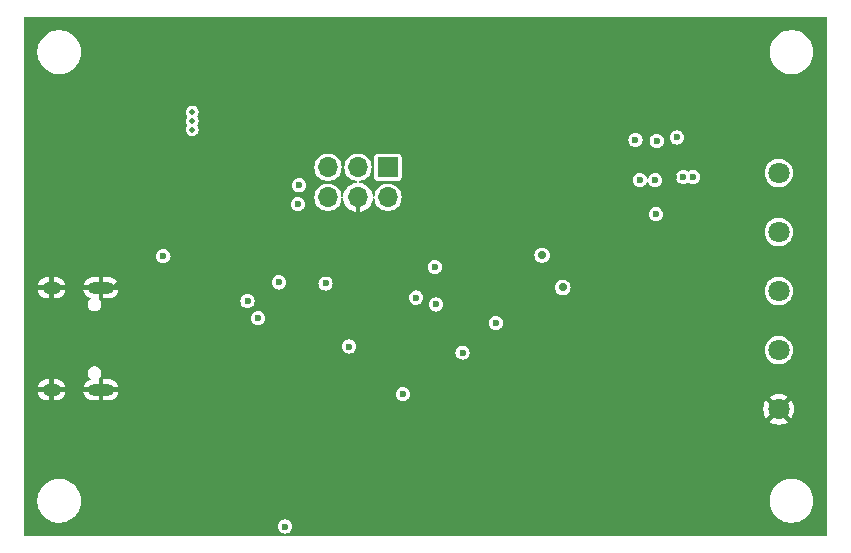
<source format=gbr>
%TF.GenerationSoftware,KiCad,Pcbnew,8.0.5*%
%TF.CreationDate,2024-10-07T09:03:38+02:00*%
%TF.ProjectId,ADC_Klipper_Board,4144435f-4b6c-4697-9070-65725f426f61,rev?*%
%TF.SameCoordinates,Original*%
%TF.FileFunction,Copper,L3,Inr*%
%TF.FilePolarity,Positive*%
%FSLAX46Y46*%
G04 Gerber Fmt 4.6, Leading zero omitted, Abs format (unit mm)*
G04 Created by KiCad (PCBNEW 8.0.5) date 2024-10-07 09:03:38*
%MOMM*%
%LPD*%
G01*
G04 APERTURE LIST*
G04 Aperture macros list*
%AMRoundRect*
0 Rectangle with rounded corners*
0 $1 Rounding radius*
0 $2 $3 $4 $5 $6 $7 $8 $9 X,Y pos of 4 corners*
0 Add a 4 corners polygon primitive as box body*
4,1,4,$2,$3,$4,$5,$6,$7,$8,$9,$2,$3,0*
0 Add four circle primitives for the rounded corners*
1,1,$1+$1,$2,$3*
1,1,$1+$1,$4,$5*
1,1,$1+$1,$6,$7*
1,1,$1+$1,$8,$9*
0 Add four rect primitives between the rounded corners*
20,1,$1+$1,$2,$3,$4,$5,0*
20,1,$1+$1,$4,$5,$6,$7,0*
20,1,$1+$1,$6,$7,$8,$9,0*
20,1,$1+$1,$8,$9,$2,$3,0*%
G04 Aperture macros list end*
%TA.AperFunction,ComponentPad*%
%ADD10C,0.482600*%
%TD*%
%TA.AperFunction,ComponentPad*%
%ADD11C,1.803400*%
%TD*%
%TA.AperFunction,ComponentPad*%
%ADD12RoundRect,0.500000X-0.600000X0.000010X-0.600000X-0.000010X0.600000X-0.000010X0.600000X0.000010X0*%
%TD*%
%TA.AperFunction,ComponentPad*%
%ADD13RoundRect,0.500000X-0.300000X0.000010X-0.300000X-0.000010X0.300000X-0.000010X0.300000X0.000010X0*%
%TD*%
%TA.AperFunction,ComponentPad*%
%ADD14R,1.700000X1.700000*%
%TD*%
%TA.AperFunction,ComponentPad*%
%ADD15O,1.700000X1.700000*%
%TD*%
%TA.AperFunction,ViaPad*%
%ADD16C,0.600000*%
%TD*%
%TA.AperFunction,ViaPad*%
%ADD17C,0.700000*%
%TD*%
G04 APERTURE END LIST*
D10*
%TO.N,N/C*%
%TO.C,U1*%
X108300000Y-61799998D03*
X108300000Y-62549999D03*
X108300000Y-63300000D03*
%TD*%
D11*
%TO.N,AC_EXC0*%
%TO.C,J3*%
X157975000Y-66962500D03*
%TO.N,AC_EXC1*%
X157975000Y-71962500D03*
%TO.N,Net-(J3-Pad3)*%
X157975000Y-76962500D03*
%TO.N,Net-(J3-Pad4)*%
X157975000Y-81962501D03*
%TO.N,GND*%
X157975000Y-86962501D03*
%TD*%
D12*
%TO.N,GND*%
%TO.C,J1*%
X100580000Y-76680000D03*
D13*
X96400000Y-76680000D03*
D12*
X100580000Y-85320000D03*
D13*
X96400000Y-85320000D03*
%TD*%
D14*
%TO.N,BOOT1*%
%TO.C,J2*%
X124880000Y-66488001D03*
D15*
%TO.N,+3V3*%
X124880000Y-69028001D03*
%TO.N,STM_RST*%
X122340000Y-66488001D03*
%TO.N,GND*%
X122340000Y-69028001D03*
%TO.N,SWDIO*%
X119800000Y-66488001D03*
%TO.N,SWCLK*%
X119800000Y-69028001D03*
%TD*%
D16*
%TO.N,+3V3*%
X128840000Y-74920000D03*
X105865000Y-74017500D03*
X112990000Y-77810000D03*
%TO.N,STM_RST*%
X126130000Y-85690000D03*
X121590000Y-81660000D03*
%TO.N,STM_BOOT0*%
X113900000Y-79250000D03*
X116180000Y-96900000D03*
%TO.N,SWDIO*%
X117360000Y-68010000D03*
X119600000Y-76320000D03*
%TO.N,SWCLK*%
X117250000Y-69600000D03*
X115650000Y-76230000D03*
%TO.N,AC_EXC0*%
X149330000Y-63960000D03*
X147500000Y-67580000D03*
%TO.N,Net-(U4-SCLK)*%
X134020000Y-79670000D03*
X131200000Y-82170000D03*
D17*
%TO.N,AIN0*%
X137930000Y-73930000D03*
X139690000Y-76650000D03*
%TO.N,GND*%
X119080000Y-80710000D03*
X144550000Y-68757499D03*
X118738000Y-87675001D03*
X121310000Y-78990000D03*
X138430000Y-64770000D03*
X132955000Y-69600000D03*
X142240000Y-55880000D03*
X154940000Y-81280000D03*
X123060000Y-77320000D03*
X139595000Y-68150000D03*
X147320000Y-86360000D03*
X109050000Y-78245000D03*
X112295000Y-65950000D03*
X119080000Y-77320000D03*
X122630000Y-86515000D03*
X109220000Y-96520000D03*
X119150000Y-61510000D03*
X128690000Y-86790000D03*
X103205000Y-92500000D03*
X106680000Y-55880000D03*
X113255000Y-68000000D03*
X152400000Y-86360000D03*
X102500000Y-89005000D03*
X130195000Y-69000000D03*
X96520000Y-73660000D03*
X101600000Y-73660000D03*
X115960000Y-63420000D03*
X143145000Y-73850000D03*
X109495000Y-92000000D03*
X132080000Y-55880000D03*
X108500000Y-88005000D03*
X102000000Y-76570000D03*
X106650000Y-60950000D03*
X114200000Y-60400000D03*
X104140000Y-96520000D03*
X96520000Y-71120000D03*
X110000000Y-62160000D03*
X146390000Y-63050000D03*
X143073402Y-77841599D03*
X161290000Y-67310000D03*
X134620000Y-86360000D03*
X147320000Y-91440000D03*
X110490000Y-81280000D03*
X149045000Y-67290000D03*
X134620000Y-91440000D03*
X157480000Y-91440000D03*
X111245000Y-54600000D03*
X119180000Y-60565001D03*
X147320000Y-60960000D03*
X96520000Y-66040000D03*
X106350000Y-82360000D03*
X107950000Y-83820000D03*
X130810000Y-93980000D03*
X141227901Y-77828600D03*
X149025000Y-70340000D03*
X149860000Y-83820000D03*
X121000000Y-59600000D03*
X135800000Y-83895000D03*
X123410000Y-80710000D03*
X122370000Y-71130000D03*
X102130000Y-63520000D03*
X150605000Y-68820000D03*
X114300000Y-73660000D03*
X130150000Y-73200000D03*
X137160000Y-96520000D03*
X96520000Y-60960000D03*
X121310000Y-80710000D03*
X139595000Y-69650000D03*
X106650000Y-61800000D03*
X106680000Y-58420000D03*
X120125000Y-60565001D03*
X137160000Y-91440000D03*
X161290000Y-87630000D03*
X137160000Y-86360000D03*
X142240000Y-60960000D03*
X106195000Y-77450000D03*
X119080000Y-78990000D03*
X142240000Y-91440000D03*
X101600000Y-96520000D03*
X106680000Y-96520000D03*
X130600000Y-90218999D03*
X114400000Y-87095000D03*
X144540000Y-65870000D03*
X96520000Y-88900000D03*
X137160000Y-55880000D03*
X154940000Y-96520000D03*
X110000000Y-88005000D03*
X114005000Y-81000000D03*
X131600000Y-80960000D03*
X120650000Y-96520000D03*
X154926975Y-64780666D03*
X152400000Y-91440000D03*
X123200000Y-89200000D03*
X127000000Y-91440000D03*
X161290000Y-77470000D03*
X109300000Y-87695000D03*
X157480000Y-60960000D03*
X135370000Y-76420000D03*
X135890000Y-64770000D03*
X119950001Y-54750001D03*
X136830000Y-74160000D03*
X128600000Y-57062001D03*
X122500000Y-54750000D03*
X128695000Y-76470000D03*
X141270000Y-73838600D03*
X120650000Y-93980000D03*
X152400000Y-96520000D03*
X121000000Y-60565001D03*
X102780000Y-84200000D03*
X137160000Y-60960000D03*
X101000000Y-89005000D03*
X101600000Y-58420000D03*
X119915000Y-72870000D03*
X114105000Y-77600000D03*
X154940000Y-85090000D03*
X107455000Y-65400000D03*
X161290000Y-82550000D03*
X125570000Y-56005000D03*
X104170000Y-70740000D03*
X144780000Y-83820000D03*
X119180000Y-59600000D03*
X154940000Y-69850000D03*
X154940000Y-88900000D03*
X121310000Y-77320000D03*
X147320000Y-55880000D03*
X104795000Y-60950000D03*
X132955000Y-68150000D03*
X142240000Y-86360000D03*
X120970000Y-61510000D03*
X142240000Y-64770000D03*
X136690000Y-76530000D03*
X105410000Y-87630000D03*
X101600000Y-55880000D03*
X132080000Y-60960000D03*
X142240000Y-96520000D03*
X149860000Y-63030000D03*
X161290000Y-72390000D03*
X131200000Y-64970000D03*
X116840000Y-93980000D03*
X152400000Y-60960000D03*
X113305000Y-69600000D03*
X123410000Y-78990000D03*
X116420000Y-75390000D03*
X134100000Y-83895000D03*
X147320000Y-96520000D03*
X134620000Y-96520000D03*
X139700000Y-83820000D03*
D16*
%TO.N,+5V_LN*%
X146200000Y-67560000D03*
X145840000Y-64160000D03*
%TO.N,EXC0*%
X150705000Y-67310000D03*
X147635000Y-64260000D03*
X128960000Y-78095000D03*
%TO.N,EXC1*%
X147575000Y-70450000D03*
X149895000Y-67310000D03*
X127270000Y-77520000D03*
%TD*%
%TA.AperFunction,Conductor*%
%TO.N,GND*%
G36*
X162027826Y-53747174D02*
G01*
X162049500Y-53799500D01*
X162049500Y-97650500D01*
X162027826Y-97702826D01*
X161975500Y-97724500D01*
X94124500Y-97724500D01*
X94072174Y-97702826D01*
X94050500Y-97650500D01*
X94050500Y-96900000D01*
X115574318Y-96900000D01*
X115594955Y-97056760D01*
X115594955Y-97056761D01*
X115655464Y-97202841D01*
X115751715Y-97328279D01*
X115751720Y-97328284D01*
X115835345Y-97392451D01*
X115877159Y-97424536D01*
X116023238Y-97485044D01*
X116180000Y-97505682D01*
X116336762Y-97485044D01*
X116482841Y-97424536D01*
X116608282Y-97328282D01*
X116704536Y-97202841D01*
X116765044Y-97056762D01*
X116785682Y-96900000D01*
X116765044Y-96743238D01*
X116704536Y-96597159D01*
X116663622Y-96543839D01*
X116608284Y-96471720D01*
X116608279Y-96471715D01*
X116482841Y-96375464D01*
X116336761Y-96314955D01*
X116180000Y-96294318D01*
X116023239Y-96314955D01*
X116023238Y-96314955D01*
X115877158Y-96375464D01*
X115751720Y-96471715D01*
X115751715Y-96471720D01*
X115655464Y-96597158D01*
X115594955Y-96743238D01*
X115594955Y-96743239D01*
X115574318Y-96900000D01*
X94050500Y-96900000D01*
X94050500Y-94603713D01*
X95199500Y-94603713D01*
X95199500Y-94846286D01*
X95231160Y-95086782D01*
X95231162Y-95086791D01*
X95293945Y-95321099D01*
X95386772Y-95545203D01*
X95386775Y-95545211D01*
X95508061Y-95755285D01*
X95508065Y-95755291D01*
X95655735Y-95947738D01*
X95827262Y-96119265D01*
X96019711Y-96266936D01*
X96229788Y-96388224D01*
X96453900Y-96481054D01*
X96688211Y-96543838D01*
X96688214Y-96543838D01*
X96688217Y-96543839D01*
X96794951Y-96557890D01*
X96928712Y-96575500D01*
X96928714Y-96575500D01*
X97171286Y-96575500D01*
X97171288Y-96575500D01*
X97356575Y-96551106D01*
X97411782Y-96543839D01*
X97411782Y-96543838D01*
X97411789Y-96543838D01*
X97646100Y-96481054D01*
X97870212Y-96388224D01*
X98080289Y-96266936D01*
X98272738Y-96119265D01*
X98444265Y-95947738D01*
X98591936Y-95755289D01*
X98713224Y-95545212D01*
X98806054Y-95321100D01*
X98868838Y-95086789D01*
X98900500Y-94846288D01*
X98900500Y-94603713D01*
X157199500Y-94603713D01*
X157199500Y-94846286D01*
X157231160Y-95086782D01*
X157231162Y-95086791D01*
X157293945Y-95321099D01*
X157386772Y-95545203D01*
X157386775Y-95545211D01*
X157508061Y-95755285D01*
X157508065Y-95755291D01*
X157655735Y-95947738D01*
X157827262Y-96119265D01*
X158019711Y-96266936D01*
X158229788Y-96388224D01*
X158453900Y-96481054D01*
X158688211Y-96543838D01*
X158688214Y-96543838D01*
X158688217Y-96543839D01*
X158794951Y-96557890D01*
X158928712Y-96575500D01*
X158928714Y-96575500D01*
X159171286Y-96575500D01*
X159171288Y-96575500D01*
X159356575Y-96551106D01*
X159411782Y-96543839D01*
X159411782Y-96543838D01*
X159411789Y-96543838D01*
X159646100Y-96481054D01*
X159870212Y-96388224D01*
X160080289Y-96266936D01*
X160272738Y-96119265D01*
X160444265Y-95947738D01*
X160591936Y-95755289D01*
X160713224Y-95545212D01*
X160806054Y-95321100D01*
X160868838Y-95086789D01*
X160900500Y-94846288D01*
X160900500Y-94603712D01*
X160868838Y-94363211D01*
X160806054Y-94128900D01*
X160713224Y-93904788D01*
X160591936Y-93694711D01*
X160444265Y-93502262D01*
X160272738Y-93330735D01*
X160080291Y-93183065D01*
X160080285Y-93183061D01*
X159870211Y-93061775D01*
X159870203Y-93061772D01*
X159646099Y-92968945D01*
X159411791Y-92906162D01*
X159411782Y-92906160D01*
X159218480Y-92880712D01*
X159171288Y-92874500D01*
X158928712Y-92874500D01*
X158885736Y-92880157D01*
X158688217Y-92906160D01*
X158688208Y-92906162D01*
X158453900Y-92968945D01*
X158229796Y-93061772D01*
X158229788Y-93061775D01*
X158019714Y-93183061D01*
X158019708Y-93183065D01*
X157827261Y-93330735D01*
X157655735Y-93502261D01*
X157508065Y-93694708D01*
X157508061Y-93694714D01*
X157386775Y-93904788D01*
X157386772Y-93904796D01*
X157293945Y-94128900D01*
X157231162Y-94363208D01*
X157231160Y-94363217D01*
X157199500Y-94603713D01*
X98900500Y-94603713D01*
X98900500Y-94603712D01*
X98868838Y-94363211D01*
X98806054Y-94128900D01*
X98713224Y-93904788D01*
X98591936Y-93694711D01*
X98444265Y-93502262D01*
X98272738Y-93330735D01*
X98080291Y-93183065D01*
X98080285Y-93183061D01*
X97870211Y-93061775D01*
X97870203Y-93061772D01*
X97646099Y-92968945D01*
X97411791Y-92906162D01*
X97411782Y-92906160D01*
X97218480Y-92880712D01*
X97171288Y-92874500D01*
X96928712Y-92874500D01*
X96885736Y-92880157D01*
X96688217Y-92906160D01*
X96688208Y-92906162D01*
X96453900Y-92968945D01*
X96229796Y-93061772D01*
X96229788Y-93061775D01*
X96019714Y-93183061D01*
X96019708Y-93183065D01*
X95827261Y-93330735D01*
X95655735Y-93502261D01*
X95508065Y-93694708D01*
X95508061Y-93694714D01*
X95386775Y-93904788D01*
X95386772Y-93904796D01*
X95293945Y-94128900D01*
X95231162Y-94363208D01*
X95231160Y-94363217D01*
X95199500Y-94603713D01*
X94050500Y-94603713D01*
X94050500Y-86962495D01*
X156668328Y-86962495D01*
X156668328Y-86962506D01*
X156688178Y-87189398D01*
X156688179Y-87189405D01*
X156747127Y-87409401D01*
X156747132Y-87409412D01*
X156843392Y-87615843D01*
X156843394Y-87615846D01*
X156923873Y-87730783D01*
X157396428Y-87258227D01*
X157401016Y-87269302D01*
X157471899Y-87375386D01*
X157562115Y-87465602D01*
X157668199Y-87536485D01*
X157679272Y-87541071D01*
X157206717Y-88013626D01*
X157321658Y-88094108D01*
X157528088Y-88190368D01*
X157528099Y-88190373D01*
X157748095Y-88249321D01*
X157748102Y-88249322D01*
X157974995Y-88269173D01*
X157975005Y-88269173D01*
X158201897Y-88249322D01*
X158201904Y-88249321D01*
X158421900Y-88190373D01*
X158421911Y-88190368D01*
X158628339Y-88094109D01*
X158743282Y-88013626D01*
X158270727Y-87541071D01*
X158281801Y-87536485D01*
X158387885Y-87465602D01*
X158478101Y-87375386D01*
X158548984Y-87269302D01*
X158553570Y-87258228D01*
X159026125Y-87730783D01*
X159106608Y-87615840D01*
X159202867Y-87409412D01*
X159202872Y-87409401D01*
X159261820Y-87189405D01*
X159261821Y-87189398D01*
X159281672Y-86962506D01*
X159281672Y-86962495D01*
X159261821Y-86735603D01*
X159261820Y-86735596D01*
X159202872Y-86515600D01*
X159202867Y-86515589D01*
X159106607Y-86309159D01*
X159026125Y-86194218D01*
X158553570Y-86666772D01*
X158548984Y-86655700D01*
X158478101Y-86549616D01*
X158387885Y-86459400D01*
X158281801Y-86388517D01*
X158270726Y-86383929D01*
X158743282Y-85911374D01*
X158628345Y-85830895D01*
X158628342Y-85830893D01*
X158421911Y-85734633D01*
X158421900Y-85734628D01*
X158201904Y-85675680D01*
X158201897Y-85675679D01*
X157975005Y-85655829D01*
X157974995Y-85655829D01*
X157748102Y-85675679D01*
X157748095Y-85675680D01*
X157528099Y-85734628D01*
X157528088Y-85734633D01*
X157321659Y-85830892D01*
X157206716Y-85911374D01*
X157679272Y-86383930D01*
X157668199Y-86388517D01*
X157562115Y-86459400D01*
X157471899Y-86549616D01*
X157401016Y-86655700D01*
X157396429Y-86666773D01*
X156923873Y-86194217D01*
X156843391Y-86309160D01*
X156747132Y-86515589D01*
X156747127Y-86515600D01*
X156688179Y-86735596D01*
X156688178Y-86735603D01*
X156668328Y-86962495D01*
X94050500Y-86962495D01*
X94050500Y-85120000D01*
X95221843Y-85120000D01*
X95875735Y-85120000D01*
X95859940Y-85135795D01*
X95820444Y-85204204D01*
X95800000Y-85280504D01*
X95800000Y-85359496D01*
X95820444Y-85435796D01*
X95859940Y-85504205D01*
X95875735Y-85520000D01*
X95221843Y-85520000D01*
X95255149Y-85644305D01*
X95255150Y-85644307D01*
X95341038Y-85812872D01*
X95460099Y-85959900D01*
X95607127Y-86078961D01*
X95775692Y-86164849D01*
X95958435Y-86213815D01*
X96037019Y-86220000D01*
X96200000Y-86220000D01*
X96200000Y-85620000D01*
X96600000Y-85620000D01*
X96600000Y-86220000D01*
X96762981Y-86220000D01*
X96841564Y-86213815D01*
X97024307Y-86164849D01*
X97192872Y-86078961D01*
X97339900Y-85959900D01*
X97458961Y-85812872D01*
X97544849Y-85644307D01*
X97544850Y-85644305D01*
X97578157Y-85520000D01*
X96924265Y-85520000D01*
X96940060Y-85504205D01*
X96979556Y-85435796D01*
X97000000Y-85359496D01*
X97000000Y-85280504D01*
X96979556Y-85204204D01*
X96940060Y-85135795D01*
X96924265Y-85120000D01*
X97578157Y-85120000D01*
X99101843Y-85120000D01*
X99805735Y-85120000D01*
X99789940Y-85135795D01*
X99750444Y-85204204D01*
X99730000Y-85280504D01*
X99730000Y-85359496D01*
X99750444Y-85435796D01*
X99789940Y-85504205D01*
X99805735Y-85520000D01*
X99101843Y-85520000D01*
X99135149Y-85644305D01*
X99135150Y-85644307D01*
X99221038Y-85812872D01*
X99340099Y-85959900D01*
X99487127Y-86078961D01*
X99655692Y-86164849D01*
X99838435Y-86213815D01*
X99917019Y-86220000D01*
X100380000Y-86220000D01*
X100380000Y-85620000D01*
X100780000Y-85620000D01*
X100780000Y-86220000D01*
X101242981Y-86220000D01*
X101321564Y-86213815D01*
X101504307Y-86164849D01*
X101672872Y-86078961D01*
X101819900Y-85959900D01*
X101938961Y-85812872D01*
X102001567Y-85690000D01*
X125524318Y-85690000D01*
X125544955Y-85846760D01*
X125544955Y-85846761D01*
X125605464Y-85992841D01*
X125701715Y-86118279D01*
X125701720Y-86118284D01*
X125762405Y-86164849D01*
X125827159Y-86214536D01*
X125973238Y-86275044D01*
X126130000Y-86295682D01*
X126286762Y-86275044D01*
X126432841Y-86214536D01*
X126558282Y-86118282D01*
X126654536Y-85992841D01*
X126715044Y-85846762D01*
X126735682Y-85690000D01*
X126715044Y-85533238D01*
X126654536Y-85387159D01*
X126558282Y-85261718D01*
X126558279Y-85261715D01*
X126432841Y-85165464D01*
X126286761Y-85104955D01*
X126130000Y-85084318D01*
X125973239Y-85104955D01*
X125973238Y-85104955D01*
X125827158Y-85165464D01*
X125701720Y-85261715D01*
X125701715Y-85261720D01*
X125605464Y-85387158D01*
X125544955Y-85533238D01*
X125544955Y-85533239D01*
X125524318Y-85690000D01*
X102001567Y-85690000D01*
X102024849Y-85644307D01*
X102024850Y-85644305D01*
X102058157Y-85520000D01*
X101354265Y-85520000D01*
X101370060Y-85504205D01*
X101409556Y-85435796D01*
X101430000Y-85359496D01*
X101430000Y-85280504D01*
X101409556Y-85204204D01*
X101370060Y-85135795D01*
X101354265Y-85120000D01*
X102058157Y-85120000D01*
X102024850Y-84995694D01*
X102024849Y-84995692D01*
X101938961Y-84827127D01*
X101819900Y-84680099D01*
X101672872Y-84561038D01*
X101504307Y-84475150D01*
X101321564Y-84426184D01*
X101242981Y-84420000D01*
X100780000Y-84420000D01*
X100780000Y-85020000D01*
X100380000Y-85020000D01*
X100380000Y-84414531D01*
X100401674Y-84362205D01*
X100403362Y-84360516D01*
X100403365Y-84360515D01*
X100510515Y-84253365D01*
X100586281Y-84122135D01*
X100625499Y-83975768D01*
X100625500Y-83975768D01*
X100625500Y-83824232D01*
X100625499Y-83824231D01*
X100586282Y-83677869D01*
X100586281Y-83677865D01*
X100510515Y-83546635D01*
X100403365Y-83439485D01*
X100403362Y-83439483D01*
X100272139Y-83363721D01*
X100272130Y-83363717D01*
X100125768Y-83324500D01*
X100125766Y-83324500D01*
X99974234Y-83324500D01*
X99974232Y-83324500D01*
X99827869Y-83363717D01*
X99827860Y-83363721D01*
X99696637Y-83439483D01*
X99589483Y-83546637D01*
X99513721Y-83677860D01*
X99513717Y-83677869D01*
X99474500Y-83824231D01*
X99474500Y-83975768D01*
X99513717Y-84122130D01*
X99513718Y-84122133D01*
X99513719Y-84122135D01*
X99589485Y-84253365D01*
X99687761Y-84351641D01*
X99709435Y-84403967D01*
X99687761Y-84456293D01*
X99658988Y-84472905D01*
X99659316Y-84473759D01*
X99655692Y-84475150D01*
X99487127Y-84561038D01*
X99340099Y-84680099D01*
X99221038Y-84827127D01*
X99135150Y-84995692D01*
X99135149Y-84995694D01*
X99101843Y-85120000D01*
X97578157Y-85120000D01*
X97544850Y-84995694D01*
X97544849Y-84995692D01*
X97458961Y-84827127D01*
X97339900Y-84680099D01*
X97192872Y-84561038D01*
X97024307Y-84475150D01*
X96841564Y-84426184D01*
X96762981Y-84420000D01*
X96600000Y-84420000D01*
X96600000Y-85020000D01*
X96200000Y-85020000D01*
X96200000Y-84420000D01*
X96037019Y-84420000D01*
X95958435Y-84426184D01*
X95775692Y-84475150D01*
X95607127Y-84561038D01*
X95460099Y-84680099D01*
X95341038Y-84827127D01*
X95255150Y-84995692D01*
X95255149Y-84995694D01*
X95221843Y-85120000D01*
X94050500Y-85120000D01*
X94050500Y-81660000D01*
X120984318Y-81660000D01*
X121004955Y-81816760D01*
X121004955Y-81816761D01*
X121065464Y-81962841D01*
X121161715Y-82088279D01*
X121161720Y-82088284D01*
X121245345Y-82152451D01*
X121287159Y-82184536D01*
X121433238Y-82245044D01*
X121590000Y-82265682D01*
X121746762Y-82245044D01*
X121892841Y-82184536D01*
X121911785Y-82170000D01*
X130594318Y-82170000D01*
X130614955Y-82326760D01*
X130614955Y-82326761D01*
X130675464Y-82472841D01*
X130771715Y-82598279D01*
X130771720Y-82598284D01*
X130855345Y-82662451D01*
X130897159Y-82694536D01*
X131043238Y-82755044D01*
X131200000Y-82775682D01*
X131356762Y-82755044D01*
X131502841Y-82694536D01*
X131628282Y-82598282D01*
X131724536Y-82472841D01*
X131785044Y-82326762D01*
X131805682Y-82170000D01*
X131785044Y-82013238D01*
X131764026Y-81962497D01*
X156767650Y-81962497D01*
X156767650Y-81962504D01*
X156788205Y-82184344D01*
X156788206Y-82184350D01*
X156849178Y-82398640D01*
X156849181Y-82398650D01*
X156948488Y-82598086D01*
X156948492Y-82598092D01*
X156948637Y-82598284D01*
X157082758Y-82775887D01*
X157247409Y-82925987D01*
X157436838Y-83043276D01*
X157644593Y-83123761D01*
X157863600Y-83164701D01*
X158086400Y-83164701D01*
X158305407Y-83123761D01*
X158513162Y-83043276D01*
X158702591Y-82925987D01*
X158867242Y-82775887D01*
X159001510Y-82598089D01*
X159100820Y-82398646D01*
X159161793Y-82184351D01*
X159170696Y-82088279D01*
X159182350Y-81962504D01*
X159182350Y-81962497D01*
X159161794Y-81740657D01*
X159161793Y-81740651D01*
X159100820Y-81526356D01*
X159089309Y-81503239D01*
X159001511Y-81326915D01*
X159001507Y-81326909D01*
X158929619Y-81231715D01*
X158867242Y-81149115D01*
X158702591Y-80999015D01*
X158513162Y-80881726D01*
X158451842Y-80857970D01*
X158305409Y-80801241D01*
X158086403Y-80760301D01*
X158086400Y-80760301D01*
X157863600Y-80760301D01*
X157863596Y-80760301D01*
X157644590Y-80801241D01*
X157436843Y-80881724D01*
X157436838Y-80881726D01*
X157436833Y-80881728D01*
X157436833Y-80881729D01*
X157247411Y-80999013D01*
X157082760Y-81149112D01*
X156948492Y-81326909D01*
X156948488Y-81326915D01*
X156849181Y-81526351D01*
X156849178Y-81526361D01*
X156788206Y-81740651D01*
X156788205Y-81740657D01*
X156767650Y-81962497D01*
X131764026Y-81962497D01*
X131724536Y-81867159D01*
X131628282Y-81741718D01*
X131628279Y-81741715D01*
X131502841Y-81645464D01*
X131356761Y-81584955D01*
X131200000Y-81564318D01*
X131043239Y-81584955D01*
X131043238Y-81584955D01*
X130897158Y-81645464D01*
X130771720Y-81741715D01*
X130771715Y-81741720D01*
X130675464Y-81867158D01*
X130614955Y-82013238D01*
X130614955Y-82013239D01*
X130594318Y-82170000D01*
X121911785Y-82170000D01*
X122018282Y-82088282D01*
X122114536Y-81962841D01*
X122175044Y-81816762D01*
X122195682Y-81660000D01*
X122175044Y-81503238D01*
X122114536Y-81357159D01*
X122018282Y-81231718D01*
X122018279Y-81231715D01*
X121892841Y-81135464D01*
X121746761Y-81074955D01*
X121590000Y-81054318D01*
X121433239Y-81074955D01*
X121433238Y-81074955D01*
X121287158Y-81135464D01*
X121161720Y-81231715D01*
X121161715Y-81231720D01*
X121065464Y-81357158D01*
X121004955Y-81503238D01*
X121004955Y-81503239D01*
X120984318Y-81660000D01*
X94050500Y-81660000D01*
X94050500Y-79250000D01*
X113294318Y-79250000D01*
X113314955Y-79406760D01*
X113314955Y-79406761D01*
X113375464Y-79552841D01*
X113471715Y-79678279D01*
X113471720Y-79678284D01*
X113555345Y-79742451D01*
X113597159Y-79774536D01*
X113743238Y-79835044D01*
X113900000Y-79855682D01*
X114056762Y-79835044D01*
X114202841Y-79774536D01*
X114328282Y-79678282D01*
X114334637Y-79670000D01*
X133414318Y-79670000D01*
X133434955Y-79826760D01*
X133434955Y-79826761D01*
X133495464Y-79972841D01*
X133591715Y-80098279D01*
X133591720Y-80098284D01*
X133675345Y-80162451D01*
X133717159Y-80194536D01*
X133863238Y-80255044D01*
X134020000Y-80275682D01*
X134176762Y-80255044D01*
X134322841Y-80194536D01*
X134448282Y-80098282D01*
X134544536Y-79972841D01*
X134605044Y-79826762D01*
X134625682Y-79670000D01*
X134605044Y-79513238D01*
X134544536Y-79367159D01*
X134448282Y-79241718D01*
X134448279Y-79241715D01*
X134322841Y-79145464D01*
X134176761Y-79084955D01*
X134020000Y-79064318D01*
X133863239Y-79084955D01*
X133863238Y-79084955D01*
X133717158Y-79145464D01*
X133591720Y-79241715D01*
X133591715Y-79241720D01*
X133495464Y-79367158D01*
X133434955Y-79513238D01*
X133434955Y-79513239D01*
X133414318Y-79670000D01*
X114334637Y-79670000D01*
X114424536Y-79552841D01*
X114485044Y-79406762D01*
X114505682Y-79250000D01*
X114485044Y-79093238D01*
X114424536Y-78947159D01*
X114328282Y-78821718D01*
X114328279Y-78821715D01*
X114202841Y-78725464D01*
X114056761Y-78664955D01*
X113900000Y-78644318D01*
X113743239Y-78664955D01*
X113743238Y-78664955D01*
X113597158Y-78725464D01*
X113471720Y-78821715D01*
X113471715Y-78821720D01*
X113375464Y-78947158D01*
X113314955Y-79093238D01*
X113314955Y-79093239D01*
X113294318Y-79250000D01*
X94050500Y-79250000D01*
X94050500Y-76480000D01*
X95221843Y-76480000D01*
X95875735Y-76480000D01*
X95859940Y-76495795D01*
X95820444Y-76564204D01*
X95800000Y-76640504D01*
X95800000Y-76719496D01*
X95820444Y-76795796D01*
X95859940Y-76864205D01*
X95875735Y-76880000D01*
X95221843Y-76880000D01*
X95255149Y-77004305D01*
X95255150Y-77004307D01*
X95341038Y-77172872D01*
X95460099Y-77319900D01*
X95607127Y-77438961D01*
X95775692Y-77524849D01*
X95958435Y-77573815D01*
X96037019Y-77580000D01*
X96200000Y-77580000D01*
X96200000Y-76980000D01*
X96600000Y-76980000D01*
X96600000Y-77580000D01*
X96762981Y-77580000D01*
X96841564Y-77573815D01*
X97024307Y-77524849D01*
X97192872Y-77438961D01*
X97339900Y-77319900D01*
X97458961Y-77172872D01*
X97544849Y-77004307D01*
X97544850Y-77004305D01*
X97578157Y-76880000D01*
X96924265Y-76880000D01*
X96940060Y-76864205D01*
X96979556Y-76795796D01*
X97000000Y-76719496D01*
X97000000Y-76640504D01*
X96979556Y-76564204D01*
X96940060Y-76495795D01*
X96924265Y-76480000D01*
X97578157Y-76480000D01*
X99101843Y-76480000D01*
X99805735Y-76480000D01*
X99789940Y-76495795D01*
X99750444Y-76564204D01*
X99730000Y-76640504D01*
X99730000Y-76719496D01*
X99750444Y-76795796D01*
X99789940Y-76864205D01*
X99805735Y-76880000D01*
X99101843Y-76880000D01*
X99135149Y-77004305D01*
X99135150Y-77004307D01*
X99221038Y-77172872D01*
X99340099Y-77319900D01*
X99487127Y-77438961D01*
X99655692Y-77524849D01*
X99659314Y-77526240D01*
X99658736Y-77527745D01*
X99699510Y-77559011D01*
X99706921Y-77615161D01*
X99687762Y-77648358D01*
X99589483Y-77746637D01*
X99513721Y-77877860D01*
X99513717Y-77877869D01*
X99474500Y-78024231D01*
X99474500Y-78175768D01*
X99513717Y-78322130D01*
X99513721Y-78322139D01*
X99589483Y-78453362D01*
X99589485Y-78453365D01*
X99696635Y-78560515D01*
X99827865Y-78636281D01*
X99974231Y-78675499D01*
X99974232Y-78675500D01*
X99974234Y-78675500D01*
X100125768Y-78675500D01*
X100125768Y-78675499D01*
X100272135Y-78636281D01*
X100403365Y-78560515D01*
X100510515Y-78453365D01*
X100586281Y-78322135D01*
X100625499Y-78175768D01*
X100625500Y-78175768D01*
X100625500Y-78024232D01*
X100625499Y-78024231D01*
X100610100Y-77966762D01*
X100586281Y-77877865D01*
X100547099Y-77810000D01*
X112384318Y-77810000D01*
X112404955Y-77966760D01*
X112404955Y-77966761D01*
X112465464Y-78112841D01*
X112561715Y-78238279D01*
X112561720Y-78238284D01*
X112645345Y-78302451D01*
X112687159Y-78334536D01*
X112833238Y-78395044D01*
X112990000Y-78415682D01*
X113146762Y-78395044D01*
X113292841Y-78334536D01*
X113418282Y-78238282D01*
X113514536Y-78112841D01*
X113575044Y-77966762D01*
X113595682Y-77810000D01*
X113575044Y-77653238D01*
X113519855Y-77520000D01*
X126664318Y-77520000D01*
X126684955Y-77676760D01*
X126684955Y-77676761D01*
X126745464Y-77822841D01*
X126841715Y-77948279D01*
X126841720Y-77948284D01*
X126925345Y-78012451D01*
X126967159Y-78044536D01*
X127113238Y-78105044D01*
X127270000Y-78125682D01*
X127426762Y-78105044D01*
X127451010Y-78095000D01*
X128354318Y-78095000D01*
X128374955Y-78251760D01*
X128374955Y-78251761D01*
X128435464Y-78397841D01*
X128531715Y-78523279D01*
X128531720Y-78523284D01*
X128580241Y-78560515D01*
X128657159Y-78619536D01*
X128803238Y-78680044D01*
X128960000Y-78700682D01*
X129116762Y-78680044D01*
X129262841Y-78619536D01*
X129388282Y-78523282D01*
X129484536Y-78397841D01*
X129545044Y-78251762D01*
X129565682Y-78095000D01*
X129545044Y-77938238D01*
X129484536Y-77792159D01*
X129395989Y-77676762D01*
X129388284Y-77666720D01*
X129388279Y-77666715D01*
X129262841Y-77570464D01*
X129116761Y-77509955D01*
X128960000Y-77489318D01*
X128803239Y-77509955D01*
X128803238Y-77509955D01*
X128657158Y-77570464D01*
X128531720Y-77666715D01*
X128531715Y-77666720D01*
X128435464Y-77792158D01*
X128374955Y-77938238D01*
X128374955Y-77938239D01*
X128354318Y-78095000D01*
X127451010Y-78095000D01*
X127572841Y-78044536D01*
X127698282Y-77948282D01*
X127794536Y-77822841D01*
X127855044Y-77676762D01*
X127875682Y-77520000D01*
X127855044Y-77363238D01*
X127794536Y-77217159D01*
X127698282Y-77091718D01*
X127698279Y-77091715D01*
X127572841Y-76995464D01*
X127426761Y-76934955D01*
X127270000Y-76914318D01*
X127113239Y-76934955D01*
X127113238Y-76934955D01*
X126967158Y-76995464D01*
X126841720Y-77091715D01*
X126841715Y-77091720D01*
X126745464Y-77217158D01*
X126684955Y-77363238D01*
X126684955Y-77363239D01*
X126664318Y-77520000D01*
X113519855Y-77520000D01*
X113514536Y-77507159D01*
X113418282Y-77381718D01*
X113418279Y-77381715D01*
X113292841Y-77285464D01*
X113146761Y-77224955D01*
X112990000Y-77204318D01*
X112833239Y-77224955D01*
X112833238Y-77224955D01*
X112687158Y-77285464D01*
X112561720Y-77381715D01*
X112561715Y-77381720D01*
X112465464Y-77507158D01*
X112404955Y-77653238D01*
X112404955Y-77653239D01*
X112384318Y-77810000D01*
X100547099Y-77810000D01*
X100510515Y-77746635D01*
X100403365Y-77639485D01*
X100403364Y-77639484D01*
X100401674Y-77637794D01*
X100380000Y-77585468D01*
X100380000Y-76980000D01*
X100780000Y-76980000D01*
X100780000Y-77580000D01*
X101242981Y-77580000D01*
X101321564Y-77573815D01*
X101504307Y-77524849D01*
X101672872Y-77438961D01*
X101819900Y-77319900D01*
X101938961Y-77172872D01*
X102024849Y-77004307D01*
X102024850Y-77004305D01*
X102058157Y-76880000D01*
X101354265Y-76880000D01*
X101370060Y-76864205D01*
X101409556Y-76795796D01*
X101430000Y-76719496D01*
X101430000Y-76640504D01*
X101409556Y-76564204D01*
X101370060Y-76495795D01*
X101354265Y-76480000D01*
X102058157Y-76480000D01*
X102024850Y-76355694D01*
X102024849Y-76355692D01*
X101960806Y-76230000D01*
X115044318Y-76230000D01*
X115064955Y-76386760D01*
X115064955Y-76386761D01*
X115125464Y-76532841D01*
X115221715Y-76658279D01*
X115221720Y-76658284D01*
X115301494Y-76719496D01*
X115347159Y-76754536D01*
X115493238Y-76815044D01*
X115650000Y-76835682D01*
X115806762Y-76815044D01*
X115952841Y-76754536D01*
X116078282Y-76658282D01*
X116174536Y-76532841D01*
X116235044Y-76386762D01*
X116243833Y-76320000D01*
X118994318Y-76320000D01*
X119014955Y-76476760D01*
X119014955Y-76476761D01*
X119075464Y-76622841D01*
X119171715Y-76748279D01*
X119171720Y-76748284D01*
X119247991Y-76806808D01*
X119297159Y-76844536D01*
X119443238Y-76905044D01*
X119600000Y-76925682D01*
X119756762Y-76905044D01*
X119902841Y-76844536D01*
X120028282Y-76748282D01*
X120103699Y-76649996D01*
X139034722Y-76649996D01*
X139034722Y-76650003D01*
X139053761Y-76806808D01*
X139053764Y-76806822D01*
X139109778Y-76954521D01*
X139144143Y-77004307D01*
X139199517Y-77084530D01*
X139317760Y-77189283D01*
X139457635Y-77262696D01*
X139611015Y-77300500D01*
X139611019Y-77300500D01*
X139768981Y-77300500D01*
X139768985Y-77300500D01*
X139922365Y-77262696D01*
X140062240Y-77189283D01*
X140180483Y-77084530D01*
X140264717Y-76962496D01*
X156767650Y-76962496D01*
X156767650Y-76962503D01*
X156788205Y-77184343D01*
X156788206Y-77184349D01*
X156849178Y-77398639D01*
X156849181Y-77398649D01*
X156948488Y-77598085D01*
X156948490Y-77598088D01*
X157060668Y-77746635D01*
X157082760Y-77775888D01*
X157111862Y-77802417D01*
X157247409Y-77925986D01*
X157436838Y-78043275D01*
X157644593Y-78123760D01*
X157863600Y-78164700D01*
X158086400Y-78164700D01*
X158305407Y-78123760D01*
X158513162Y-78043275D01*
X158702591Y-77925986D01*
X158867242Y-77775886D01*
X159001510Y-77598088D01*
X159100820Y-77398645D01*
X159161793Y-77184350D01*
X159170377Y-77091720D01*
X159182350Y-76962503D01*
X159182350Y-76962496D01*
X159161794Y-76740656D01*
X159161793Y-76740650D01*
X159155774Y-76719496D01*
X159100820Y-76526355D01*
X159084306Y-76493191D01*
X159001511Y-76326914D01*
X159001507Y-76326908D01*
X158996290Y-76320000D01*
X158867242Y-76149114D01*
X158702591Y-75999014D01*
X158513162Y-75881725D01*
X158451842Y-75857969D01*
X158305409Y-75801240D01*
X158086403Y-75760300D01*
X158086400Y-75760300D01*
X157863600Y-75760300D01*
X157863596Y-75760300D01*
X157644590Y-75801240D01*
X157436843Y-75881723D01*
X157436838Y-75881725D01*
X157436833Y-75881727D01*
X157436833Y-75881728D01*
X157247411Y-75999012D01*
X157082760Y-76149111D01*
X156948492Y-76326908D01*
X156948488Y-76326914D01*
X156849181Y-76526350D01*
X156849178Y-76526360D01*
X156788206Y-76740650D01*
X156788205Y-76740656D01*
X156767650Y-76962496D01*
X140264717Y-76962496D01*
X140270220Y-76954523D01*
X140326237Y-76806818D01*
X140344272Y-76658284D01*
X140345278Y-76650003D01*
X140345278Y-76649996D01*
X140326238Y-76493191D01*
X140326237Y-76493182D01*
X140306045Y-76439940D01*
X140270221Y-76345478D01*
X140180483Y-76215470D01*
X140148490Y-76187127D01*
X140062240Y-76110717D01*
X139990831Y-76073238D01*
X139922366Y-76037304D01*
X139768987Y-75999500D01*
X139768985Y-75999500D01*
X139611015Y-75999500D01*
X139611012Y-75999500D01*
X139457633Y-76037304D01*
X139317761Y-76110716D01*
X139199516Y-76215470D01*
X139109779Y-76345478D01*
X139109778Y-76345478D01*
X139053764Y-76493177D01*
X139053761Y-76493191D01*
X139034722Y-76649996D01*
X120103699Y-76649996D01*
X120124536Y-76622841D01*
X120185044Y-76476762D01*
X120205682Y-76320000D01*
X120185044Y-76163238D01*
X120124536Y-76017159D01*
X120028282Y-75891718D01*
X120028279Y-75891715D01*
X119902841Y-75795464D01*
X119756761Y-75734955D01*
X119600000Y-75714318D01*
X119443239Y-75734955D01*
X119443238Y-75734955D01*
X119297158Y-75795464D01*
X119171720Y-75891715D01*
X119171715Y-75891720D01*
X119075464Y-76017158D01*
X119014955Y-76163238D01*
X119014955Y-76163239D01*
X118994318Y-76320000D01*
X116243833Y-76320000D01*
X116255682Y-76230000D01*
X116235044Y-76073238D01*
X116174536Y-75927159D01*
X116078282Y-75801718D01*
X116078279Y-75801715D01*
X115952841Y-75705464D01*
X115806761Y-75644955D01*
X115650000Y-75624318D01*
X115493239Y-75644955D01*
X115493238Y-75644955D01*
X115347158Y-75705464D01*
X115221720Y-75801715D01*
X115221715Y-75801720D01*
X115125464Y-75927158D01*
X115064955Y-76073238D01*
X115064955Y-76073239D01*
X115044318Y-76230000D01*
X101960806Y-76230000D01*
X101938961Y-76187127D01*
X101819900Y-76040099D01*
X101672872Y-75921038D01*
X101504307Y-75835150D01*
X101321564Y-75786184D01*
X101242981Y-75780000D01*
X100780000Y-75780000D01*
X100780000Y-76380000D01*
X100380000Y-76380000D01*
X100380000Y-75780000D01*
X99917019Y-75780000D01*
X99838435Y-75786184D01*
X99655692Y-75835150D01*
X99487127Y-75921038D01*
X99340099Y-76040099D01*
X99221038Y-76187127D01*
X99135150Y-76355692D01*
X99135149Y-76355694D01*
X99101843Y-76480000D01*
X97578157Y-76480000D01*
X97544850Y-76355694D01*
X97544849Y-76355692D01*
X97458961Y-76187127D01*
X97339900Y-76040099D01*
X97192872Y-75921038D01*
X97024307Y-75835150D01*
X96841564Y-75786184D01*
X96762981Y-75780000D01*
X96600000Y-75780000D01*
X96600000Y-76380000D01*
X96200000Y-76380000D01*
X96200000Y-75780000D01*
X96037019Y-75780000D01*
X95958435Y-75786184D01*
X95775692Y-75835150D01*
X95607127Y-75921038D01*
X95460099Y-76040099D01*
X95341038Y-76187127D01*
X95255150Y-76355692D01*
X95255149Y-76355694D01*
X95221843Y-76480000D01*
X94050500Y-76480000D01*
X94050500Y-74920000D01*
X128234318Y-74920000D01*
X128254955Y-75076760D01*
X128254955Y-75076761D01*
X128315464Y-75222841D01*
X128411715Y-75348279D01*
X128411720Y-75348284D01*
X128495345Y-75412451D01*
X128537159Y-75444536D01*
X128683238Y-75505044D01*
X128840000Y-75525682D01*
X128996762Y-75505044D01*
X129142841Y-75444536D01*
X129268282Y-75348282D01*
X129364536Y-75222841D01*
X129425044Y-75076762D01*
X129445682Y-74920000D01*
X129425044Y-74763238D01*
X129364536Y-74617159D01*
X129306892Y-74542036D01*
X129268284Y-74491720D01*
X129268279Y-74491715D01*
X129142841Y-74395464D01*
X128996761Y-74334955D01*
X128840000Y-74314318D01*
X128683239Y-74334955D01*
X128683238Y-74334955D01*
X128537158Y-74395464D01*
X128411720Y-74491715D01*
X128411715Y-74491720D01*
X128315464Y-74617158D01*
X128254955Y-74763238D01*
X128254955Y-74763239D01*
X128234318Y-74920000D01*
X94050500Y-74920000D01*
X94050500Y-74017500D01*
X105259318Y-74017500D01*
X105279955Y-74174260D01*
X105279955Y-74174261D01*
X105340464Y-74320341D01*
X105436715Y-74445779D01*
X105436720Y-74445784D01*
X105467345Y-74469283D01*
X105562159Y-74542036D01*
X105708238Y-74602544D01*
X105865000Y-74623182D01*
X106021762Y-74602544D01*
X106167841Y-74542036D01*
X106293282Y-74445782D01*
X106389536Y-74320341D01*
X106450044Y-74174262D01*
X106470682Y-74017500D01*
X106459162Y-73929996D01*
X137274722Y-73929996D01*
X137274722Y-73930003D01*
X137293761Y-74086808D01*
X137293764Y-74086822D01*
X137349778Y-74234521D01*
X137439516Y-74364529D01*
X137439517Y-74364530D01*
X137557760Y-74469283D01*
X137697635Y-74542696D01*
X137851015Y-74580500D01*
X137851019Y-74580500D01*
X138008981Y-74580500D01*
X138008985Y-74580500D01*
X138162365Y-74542696D01*
X138302240Y-74469283D01*
X138420483Y-74364530D01*
X138510220Y-74234523D01*
X138566237Y-74086818D01*
X138585278Y-73930000D01*
X138566237Y-73773182D01*
X138544042Y-73714658D01*
X138510221Y-73625478D01*
X138420483Y-73495470D01*
X138349354Y-73432456D01*
X138302240Y-73390717D01*
X138290139Y-73384366D01*
X138162366Y-73317304D01*
X138008987Y-73279500D01*
X138008985Y-73279500D01*
X137851015Y-73279500D01*
X137851012Y-73279500D01*
X137697633Y-73317304D01*
X137557761Y-73390716D01*
X137439516Y-73495470D01*
X137349779Y-73625478D01*
X137349778Y-73625478D01*
X137293764Y-73773177D01*
X137293761Y-73773191D01*
X137274722Y-73929996D01*
X106459162Y-73929996D01*
X106450044Y-73860738D01*
X106389536Y-73714659D01*
X106321105Y-73625478D01*
X106293284Y-73589220D01*
X106293279Y-73589215D01*
X106167841Y-73492964D01*
X106021761Y-73432455D01*
X105865000Y-73411818D01*
X105708239Y-73432455D01*
X105708238Y-73432455D01*
X105562158Y-73492964D01*
X105436720Y-73589215D01*
X105436715Y-73589220D01*
X105340464Y-73714658D01*
X105279955Y-73860738D01*
X105279955Y-73860739D01*
X105259318Y-74017500D01*
X94050500Y-74017500D01*
X94050500Y-71962496D01*
X156767650Y-71962496D01*
X156767650Y-71962503D01*
X156788205Y-72184343D01*
X156788206Y-72184349D01*
X156849178Y-72398639D01*
X156849181Y-72398649D01*
X156948488Y-72598085D01*
X156948490Y-72598088D01*
X157082758Y-72775886D01*
X157247409Y-72925986D01*
X157436838Y-73043275D01*
X157644593Y-73123760D01*
X157863600Y-73164700D01*
X158086400Y-73164700D01*
X158305407Y-73123760D01*
X158513162Y-73043275D01*
X158702591Y-72925986D01*
X158867242Y-72775886D01*
X159001510Y-72598088D01*
X159100820Y-72398645D01*
X159161793Y-72184350D01*
X159182350Y-71962500D01*
X159161793Y-71740650D01*
X159100820Y-71526355D01*
X159001510Y-71326912D01*
X158867242Y-71149114D01*
X158702591Y-70999014D01*
X158513162Y-70881725D01*
X158451842Y-70857969D01*
X158305409Y-70801240D01*
X158086403Y-70760300D01*
X158086400Y-70760300D01*
X157863600Y-70760300D01*
X157863596Y-70760300D01*
X157644590Y-70801240D01*
X157445733Y-70878279D01*
X157436838Y-70881725D01*
X157436833Y-70881727D01*
X157436833Y-70881728D01*
X157247411Y-70999012D01*
X157082760Y-71149111D01*
X156948492Y-71326908D01*
X156948488Y-71326914D01*
X156849181Y-71526350D01*
X156849178Y-71526360D01*
X156788206Y-71740650D01*
X156788205Y-71740656D01*
X156767650Y-71962496D01*
X94050500Y-71962496D01*
X94050500Y-70450000D01*
X146969318Y-70450000D01*
X146989955Y-70606760D01*
X146989955Y-70606761D01*
X147050464Y-70752841D01*
X147146715Y-70878279D01*
X147146720Y-70878284D01*
X147230345Y-70942451D01*
X147272159Y-70974536D01*
X147418238Y-71035044D01*
X147575000Y-71055682D01*
X147731762Y-71035044D01*
X147877841Y-70974536D01*
X148003282Y-70878282D01*
X148099536Y-70752841D01*
X148160044Y-70606762D01*
X148180682Y-70450000D01*
X148160044Y-70293238D01*
X148099536Y-70147159D01*
X148034418Y-70062295D01*
X148003284Y-70021720D01*
X148003279Y-70021715D01*
X147877841Y-69925464D01*
X147731761Y-69864955D01*
X147575000Y-69844318D01*
X147418239Y-69864955D01*
X147418238Y-69864955D01*
X147272158Y-69925464D01*
X147146720Y-70021715D01*
X147146715Y-70021720D01*
X147050464Y-70147158D01*
X146989955Y-70293238D01*
X146989955Y-70293239D01*
X146969318Y-70450000D01*
X94050500Y-70450000D01*
X94050500Y-69600000D01*
X116644318Y-69600000D01*
X116664955Y-69756760D01*
X116664955Y-69756761D01*
X116725464Y-69902841D01*
X116821715Y-70028279D01*
X116821720Y-70028284D01*
X116866050Y-70062299D01*
X116947159Y-70124536D01*
X117093238Y-70185044D01*
X117250000Y-70205682D01*
X117406762Y-70185044D01*
X117552841Y-70124536D01*
X117678282Y-70028282D01*
X117774536Y-69902841D01*
X117835044Y-69756762D01*
X117855682Y-69600000D01*
X117835044Y-69443238D01*
X117774536Y-69297159D01*
X117678282Y-69171718D01*
X117678279Y-69171715D01*
X117552841Y-69075464D01*
X117438247Y-69027997D01*
X118644571Y-69027997D01*
X118644571Y-69028004D01*
X118664242Y-69240304D01*
X118664243Y-69240310D01*
X118722593Y-69445384D01*
X118722596Y-69445394D01*
X118817632Y-69636253D01*
X118817634Y-69636256D01*
X118946128Y-69806408D01*
X119103698Y-69950053D01*
X119284981Y-70062299D01*
X119483802Y-70139322D01*
X119693390Y-70178501D01*
X119906610Y-70178501D01*
X120116198Y-70139322D01*
X120315019Y-70062299D01*
X120496302Y-69950053D01*
X120653872Y-69806408D01*
X120782366Y-69636256D01*
X120877405Y-69445390D01*
X120935756Y-69240311D01*
X120946390Y-69125552D01*
X120972799Y-69075449D01*
X121026901Y-69058695D01*
X121077004Y-69085104D01*
X121093792Y-69125929D01*
X121104287Y-69245887D01*
X121104288Y-69245894D01*
X121160895Y-69457154D01*
X121253334Y-69655389D01*
X121378785Y-69834552D01*
X121533448Y-69989215D01*
X121712611Y-70114666D01*
X121910846Y-70207105D01*
X122122106Y-70263712D01*
X122122113Y-70263713D01*
X122140000Y-70265278D01*
X122140000Y-69489880D01*
X122147007Y-69493926D01*
X122274174Y-69528001D01*
X122405826Y-69528001D01*
X122532993Y-69493926D01*
X122540000Y-69489880D01*
X122540000Y-70265277D01*
X122557886Y-70263713D01*
X122557893Y-70263712D01*
X122769153Y-70207105D01*
X122967388Y-70114666D01*
X123146551Y-69989215D01*
X123301214Y-69834552D01*
X123426665Y-69655389D01*
X123519104Y-69457154D01*
X123575711Y-69245894D01*
X123575712Y-69245887D01*
X123586207Y-69125930D01*
X123612358Y-69075692D01*
X123666374Y-69058661D01*
X123716612Y-69084812D01*
X123733609Y-69125551D01*
X123744242Y-69240304D01*
X123744243Y-69240310D01*
X123802593Y-69445384D01*
X123802596Y-69445394D01*
X123897632Y-69636253D01*
X123897634Y-69636256D01*
X124026128Y-69806408D01*
X124183698Y-69950053D01*
X124364981Y-70062299D01*
X124563802Y-70139322D01*
X124773390Y-70178501D01*
X124986610Y-70178501D01*
X125196198Y-70139322D01*
X125395019Y-70062299D01*
X125576302Y-69950053D01*
X125733872Y-69806408D01*
X125862366Y-69636256D01*
X125957405Y-69445390D01*
X126015756Y-69240311D01*
X126022113Y-69171715D01*
X126035429Y-69028004D01*
X126035429Y-69027997D01*
X126015757Y-68815697D01*
X126015756Y-68815691D01*
X125988812Y-68720994D01*
X125957405Y-68610612D01*
X125951548Y-68598850D01*
X125862367Y-68419748D01*
X125862363Y-68419742D01*
X125781634Y-68312841D01*
X125733872Y-68249594D01*
X125576302Y-68105949D01*
X125574018Y-68104535D01*
X125475080Y-68043275D01*
X125395019Y-67993703D01*
X125259840Y-67941335D01*
X125196201Y-67916681D01*
X125196200Y-67916680D01*
X125196198Y-67916680D01*
X125104150Y-67899473D01*
X124986613Y-67877501D01*
X124986610Y-67877501D01*
X124773390Y-67877501D01*
X124773386Y-67877501D01*
X124616670Y-67906797D01*
X124563802Y-67916680D01*
X124563800Y-67916680D01*
X124563798Y-67916681D01*
X124378982Y-67988279D01*
X124364981Y-67993703D01*
X124364976Y-67993705D01*
X124364976Y-67993706D01*
X124183700Y-68105947D01*
X124026130Y-68249591D01*
X123897636Y-68419742D01*
X123897632Y-68419748D01*
X123802596Y-68610607D01*
X123802593Y-68610617D01*
X123744243Y-68815691D01*
X123744242Y-68815697D01*
X123733609Y-68930450D01*
X123707199Y-68980553D01*
X123653097Y-68997306D01*
X123602994Y-68970896D01*
X123586207Y-68930071D01*
X123575712Y-68810114D01*
X123575711Y-68810107D01*
X123519105Y-68598850D01*
X123519100Y-68598839D01*
X123426665Y-68400613D01*
X123301212Y-68221446D01*
X123146551Y-68066786D01*
X123146552Y-68066786D01*
X122967388Y-67941335D01*
X122769153Y-67848896D01*
X122557893Y-67792289D01*
X122557886Y-67792288D01*
X122460248Y-67783746D01*
X122410011Y-67757594D01*
X122392980Y-67703578D01*
X122419132Y-67653341D01*
X122453100Y-67637288D01*
X122477645Y-67632699D01*
X122656198Y-67599322D01*
X122855019Y-67522299D01*
X123036302Y-67410053D01*
X123193872Y-67266408D01*
X123322366Y-67096256D01*
X123417405Y-66905390D01*
X123475756Y-66700311D01*
X123495429Y-66488001D01*
X123495429Y-66487997D01*
X123475757Y-66275697D01*
X123475756Y-66275691D01*
X123417406Y-66070617D01*
X123417405Y-66070612D01*
X123322366Y-65879746D01*
X123193872Y-65709594D01*
X123066125Y-65593136D01*
X123729500Y-65593136D01*
X123729500Y-67382864D01*
X123732414Y-67407987D01*
X123732415Y-67407993D01*
X123758364Y-67466761D01*
X123777794Y-67510766D01*
X123857235Y-67590207D01*
X123960009Y-67635586D01*
X123985135Y-67638501D01*
X125774864Y-67638500D01*
X125799991Y-67635586D01*
X125902765Y-67590207D01*
X125932972Y-67560000D01*
X145594318Y-67560000D01*
X145614955Y-67716760D01*
X145614955Y-67716761D01*
X145675464Y-67862841D01*
X145771715Y-67988279D01*
X145771720Y-67988284D01*
X145843381Y-68043271D01*
X145897159Y-68084536D01*
X146043238Y-68145044D01*
X146200000Y-68165682D01*
X146356762Y-68145044D01*
X146502841Y-68084536D01*
X146628282Y-67988282D01*
X146724536Y-67862841D01*
X146777491Y-67734995D01*
X146817538Y-67694948D01*
X146874175Y-67694948D01*
X146914224Y-67734996D01*
X146975464Y-67882841D01*
X147071715Y-68008279D01*
X147071720Y-68008284D01*
X147117322Y-68043275D01*
X147197159Y-68104536D01*
X147343238Y-68165044D01*
X147500000Y-68185682D01*
X147656762Y-68165044D01*
X147802841Y-68104536D01*
X147928282Y-68008282D01*
X148024536Y-67882841D01*
X148085044Y-67736762D01*
X148105682Y-67580000D01*
X148085044Y-67423238D01*
X148038139Y-67310000D01*
X149289318Y-67310000D01*
X149309955Y-67466760D01*
X149309955Y-67466761D01*
X149370464Y-67612841D01*
X149466715Y-67738279D01*
X149466720Y-67738284D01*
X149537100Y-67792288D01*
X149592159Y-67834536D01*
X149738238Y-67895044D01*
X149895000Y-67915682D01*
X150051762Y-67895044D01*
X150197841Y-67834536D01*
X150254952Y-67790712D01*
X150309658Y-67776054D01*
X150345047Y-67790712D01*
X150402159Y-67834536D01*
X150548238Y-67895044D01*
X150705000Y-67915682D01*
X150861762Y-67895044D01*
X151007841Y-67834536D01*
X151133282Y-67738282D01*
X151229536Y-67612841D01*
X151290044Y-67466762D01*
X151310682Y-67310000D01*
X151290044Y-67153238D01*
X151229536Y-67007159D01*
X151195265Y-66962496D01*
X156767650Y-66962496D01*
X156767650Y-66962503D01*
X156788205Y-67184343D01*
X156788206Y-67184349D01*
X156849178Y-67398639D01*
X156849181Y-67398649D01*
X156948488Y-67598085D01*
X156948490Y-67598088D01*
X157082758Y-67775886D01*
X157247409Y-67925986D01*
X157436838Y-68043275D01*
X157644593Y-68123760D01*
X157863600Y-68164700D01*
X158086400Y-68164700D01*
X158305407Y-68123760D01*
X158513162Y-68043275D01*
X158702591Y-67925986D01*
X158867242Y-67775886D01*
X159001510Y-67598088D01*
X159100820Y-67398645D01*
X159161793Y-67184350D01*
X159166671Y-67131715D01*
X159182350Y-66962503D01*
X159182350Y-66962496D01*
X159161794Y-66740656D01*
X159161793Y-66740650D01*
X159157327Y-66724955D01*
X159100820Y-66526355D01*
X159081722Y-66488001D01*
X159001511Y-66326914D01*
X159001507Y-66326908D01*
X158962829Y-66275691D01*
X158867242Y-66149114D01*
X158702591Y-65999014D01*
X158513162Y-65881725D01*
X158451842Y-65857969D01*
X158305409Y-65801240D01*
X158086403Y-65760300D01*
X158086400Y-65760300D01*
X157863600Y-65760300D01*
X157863596Y-65760300D01*
X157644590Y-65801240D01*
X157441946Y-65879746D01*
X157436838Y-65881725D01*
X157436833Y-65881727D01*
X157436833Y-65881728D01*
X157247411Y-65999012D01*
X157082760Y-66149111D01*
X156948492Y-66326908D01*
X156948488Y-66326914D01*
X156849181Y-66526350D01*
X156849178Y-66526360D01*
X156788206Y-66740650D01*
X156788205Y-66740656D01*
X156767650Y-66962496D01*
X151195265Y-66962496D01*
X151188990Y-66954318D01*
X151133284Y-66881720D01*
X151133279Y-66881715D01*
X151007841Y-66785464D01*
X150861761Y-66724955D01*
X150705000Y-66704318D01*
X150548239Y-66724955D01*
X150548238Y-66724955D01*
X150402158Y-66785464D01*
X150345048Y-66829286D01*
X150290341Y-66843945D01*
X150254952Y-66829286D01*
X150197841Y-66785464D01*
X150051761Y-66724955D01*
X149895000Y-66704318D01*
X149738239Y-66724955D01*
X149738238Y-66724955D01*
X149592158Y-66785464D01*
X149466720Y-66881715D01*
X149466715Y-66881720D01*
X149370464Y-67007158D01*
X149309955Y-67153238D01*
X149309955Y-67153239D01*
X149289318Y-67310000D01*
X148038139Y-67310000D01*
X148024536Y-67277159D01*
X147992451Y-67235345D01*
X147928284Y-67151720D01*
X147928279Y-67151715D01*
X147802841Y-67055464D01*
X147656761Y-66994955D01*
X147500000Y-66974318D01*
X147343239Y-66994955D01*
X147343238Y-66994955D01*
X147197158Y-67055464D01*
X147071720Y-67151715D01*
X147071715Y-67151720D01*
X146975464Y-67277158D01*
X146922509Y-67405003D01*
X146882460Y-67445051D01*
X146825823Y-67445051D01*
X146785775Y-67405003D01*
X146783143Y-67398649D01*
X146724536Y-67257159D01*
X146668667Y-67184349D01*
X146628284Y-67131720D01*
X146628279Y-67131715D01*
X146502841Y-67035464D01*
X146356761Y-66974955D01*
X146200000Y-66954318D01*
X146043239Y-66974955D01*
X146043238Y-66974955D01*
X145897158Y-67035464D01*
X145771720Y-67131715D01*
X145771715Y-67131720D01*
X145675464Y-67257158D01*
X145614955Y-67403238D01*
X145614955Y-67403239D01*
X145594318Y-67560000D01*
X125932972Y-67560000D01*
X125982206Y-67510766D01*
X126027585Y-67407992D01*
X126030500Y-67382866D01*
X126030499Y-65593137D01*
X126027585Y-65568010D01*
X125982206Y-65465236D01*
X125902765Y-65385795D01*
X125799991Y-65340416D01*
X125799990Y-65340415D01*
X125799988Y-65340415D01*
X125778659Y-65337941D01*
X125774865Y-65337501D01*
X125774864Y-65337501D01*
X123985136Y-65337501D01*
X123960013Y-65340415D01*
X123960007Y-65340416D01*
X123857234Y-65385795D01*
X123777794Y-65465235D01*
X123732414Y-65568012D01*
X123729500Y-65593136D01*
X123066125Y-65593136D01*
X123036302Y-65565949D01*
X122855019Y-65453703D01*
X122656198Y-65376680D01*
X122564150Y-65359473D01*
X122446613Y-65337501D01*
X122446610Y-65337501D01*
X122233390Y-65337501D01*
X122233386Y-65337501D01*
X122076670Y-65366797D01*
X122023802Y-65376680D01*
X122023800Y-65376680D01*
X122023798Y-65376681D01*
X121824986Y-65453701D01*
X121824981Y-65453703D01*
X121824976Y-65453705D01*
X121824976Y-65453706D01*
X121643700Y-65565947D01*
X121486130Y-65709591D01*
X121357636Y-65879742D01*
X121357632Y-65879748D01*
X121262596Y-66070607D01*
X121262593Y-66070617D01*
X121204243Y-66275691D01*
X121204242Y-66275697D01*
X121184571Y-66487997D01*
X121184571Y-66488004D01*
X121204242Y-66700304D01*
X121204243Y-66700310D01*
X121262593Y-66905384D01*
X121262596Y-66905394D01*
X121357632Y-67096253D01*
X121357634Y-67096256D01*
X121486128Y-67266408D01*
X121643698Y-67410053D01*
X121824981Y-67522299D01*
X122023802Y-67599322D01*
X122179161Y-67628363D01*
X122226899Y-67637288D01*
X122274351Y-67668208D01*
X122286041Y-67723626D01*
X122255121Y-67771078D01*
X122219751Y-67783746D01*
X122122113Y-67792288D01*
X122122106Y-67792289D01*
X121910849Y-67848895D01*
X121910838Y-67848900D01*
X121712612Y-67941335D01*
X121533445Y-68066788D01*
X121378787Y-68221446D01*
X121253334Y-68400613D01*
X121160899Y-68598839D01*
X121160894Y-68598850D01*
X121104288Y-68810107D01*
X121104287Y-68810114D01*
X121093792Y-68930072D01*
X121067640Y-68980309D01*
X121013624Y-68997340D01*
X120963387Y-68971188D01*
X120946390Y-68930449D01*
X120935757Y-68815698D01*
X120935756Y-68815691D01*
X120908812Y-68720994D01*
X120877405Y-68610612D01*
X120871548Y-68598850D01*
X120782367Y-68419748D01*
X120782363Y-68419742D01*
X120701634Y-68312841D01*
X120653872Y-68249594D01*
X120496302Y-68105949D01*
X120494018Y-68104535D01*
X120395080Y-68043275D01*
X120315019Y-67993703D01*
X120179840Y-67941335D01*
X120116201Y-67916681D01*
X120116200Y-67916680D01*
X120116198Y-67916680D01*
X120024150Y-67899473D01*
X119906613Y-67877501D01*
X119906610Y-67877501D01*
X119693390Y-67877501D01*
X119693386Y-67877501D01*
X119536670Y-67906797D01*
X119483802Y-67916680D01*
X119483800Y-67916680D01*
X119483798Y-67916681D01*
X119298982Y-67988279D01*
X119284981Y-67993703D01*
X119284976Y-67993705D01*
X119284976Y-67993706D01*
X119103700Y-68105947D01*
X118946130Y-68249591D01*
X118817636Y-68419742D01*
X118817632Y-68419748D01*
X118722596Y-68610607D01*
X118722593Y-68610617D01*
X118664243Y-68815691D01*
X118664242Y-68815697D01*
X118644571Y-69027997D01*
X117438247Y-69027997D01*
X117406761Y-69014955D01*
X117250000Y-68994318D01*
X117093239Y-69014955D01*
X117093238Y-69014955D01*
X116947158Y-69075464D01*
X116821720Y-69171715D01*
X116821715Y-69171720D01*
X116725464Y-69297158D01*
X116664955Y-69443238D01*
X116664955Y-69443239D01*
X116644318Y-69600000D01*
X94050500Y-69600000D01*
X94050500Y-68010000D01*
X116754318Y-68010000D01*
X116774955Y-68166760D01*
X116774955Y-68166761D01*
X116835464Y-68312841D01*
X116931715Y-68438279D01*
X116931720Y-68438284D01*
X117015345Y-68502451D01*
X117057159Y-68534536D01*
X117203238Y-68595044D01*
X117360000Y-68615682D01*
X117516762Y-68595044D01*
X117662841Y-68534536D01*
X117788282Y-68438282D01*
X117884536Y-68312841D01*
X117945044Y-68166762D01*
X117965682Y-68010000D01*
X117945044Y-67853238D01*
X117884536Y-67707159D01*
X117829616Y-67635586D01*
X117788284Y-67581720D01*
X117788279Y-67581715D01*
X117662841Y-67485464D01*
X117516761Y-67424955D01*
X117360000Y-67404318D01*
X117203239Y-67424955D01*
X117203238Y-67424955D01*
X117057158Y-67485464D01*
X116931720Y-67581715D01*
X116931715Y-67581720D01*
X116835464Y-67707158D01*
X116774955Y-67853238D01*
X116774955Y-67853239D01*
X116754318Y-68010000D01*
X94050500Y-68010000D01*
X94050500Y-66487997D01*
X118644571Y-66487997D01*
X118644571Y-66488004D01*
X118664242Y-66700304D01*
X118664243Y-66700310D01*
X118722593Y-66905384D01*
X118722596Y-66905394D01*
X118817632Y-67096253D01*
X118817634Y-67096256D01*
X118946128Y-67266408D01*
X119103698Y-67410053D01*
X119284981Y-67522299D01*
X119483802Y-67599322D01*
X119693390Y-67638501D01*
X119906610Y-67638501D01*
X120116198Y-67599322D01*
X120315019Y-67522299D01*
X120496302Y-67410053D01*
X120653872Y-67266408D01*
X120782366Y-67096256D01*
X120877405Y-66905390D01*
X120935756Y-66700311D01*
X120955429Y-66488001D01*
X120955429Y-66487997D01*
X120935757Y-66275697D01*
X120935756Y-66275691D01*
X120877406Y-66070617D01*
X120877405Y-66070612D01*
X120782366Y-65879746D01*
X120653872Y-65709594D01*
X120496302Y-65565949D01*
X120315019Y-65453703D01*
X120116198Y-65376680D01*
X120024150Y-65359473D01*
X119906613Y-65337501D01*
X119906610Y-65337501D01*
X119693390Y-65337501D01*
X119693386Y-65337501D01*
X119536670Y-65366797D01*
X119483802Y-65376680D01*
X119483800Y-65376680D01*
X119483798Y-65376681D01*
X119284986Y-65453701D01*
X119284981Y-65453703D01*
X119284976Y-65453705D01*
X119284976Y-65453706D01*
X119103700Y-65565947D01*
X118946130Y-65709591D01*
X118817636Y-65879742D01*
X118817632Y-65879748D01*
X118722596Y-66070607D01*
X118722593Y-66070617D01*
X118664243Y-66275691D01*
X118664242Y-66275697D01*
X118644571Y-66487997D01*
X94050500Y-66487997D01*
X94050500Y-64160000D01*
X145234318Y-64160000D01*
X145254955Y-64316760D01*
X145254955Y-64316761D01*
X145315464Y-64462841D01*
X145411715Y-64588279D01*
X145411720Y-64588284D01*
X145495345Y-64652451D01*
X145537159Y-64684536D01*
X145683238Y-64745044D01*
X145840000Y-64765682D01*
X145996762Y-64745044D01*
X146142841Y-64684536D01*
X146268282Y-64588282D01*
X146364536Y-64462841D01*
X146425044Y-64316762D01*
X146432517Y-64260000D01*
X147029318Y-64260000D01*
X147049955Y-64416760D01*
X147049955Y-64416761D01*
X147110464Y-64562841D01*
X147206715Y-64688279D01*
X147206720Y-64688284D01*
X147280692Y-64745044D01*
X147332159Y-64784536D01*
X147478238Y-64845044D01*
X147635000Y-64865682D01*
X147791762Y-64845044D01*
X147937841Y-64784536D01*
X148063282Y-64688282D01*
X148159536Y-64562841D01*
X148220044Y-64416762D01*
X148240682Y-64260000D01*
X148220044Y-64103238D01*
X148160713Y-63960000D01*
X148724318Y-63960000D01*
X148744955Y-64116760D01*
X148744955Y-64116761D01*
X148805464Y-64262841D01*
X148901715Y-64388279D01*
X148901720Y-64388284D01*
X148938834Y-64416762D01*
X149027159Y-64484536D01*
X149173238Y-64545044D01*
X149330000Y-64565682D01*
X149486762Y-64545044D01*
X149632841Y-64484536D01*
X149758282Y-64388282D01*
X149854536Y-64262841D01*
X149915044Y-64116762D01*
X149935682Y-63960000D01*
X149915044Y-63803238D01*
X149854536Y-63657159D01*
X149791459Y-63574955D01*
X149758284Y-63531720D01*
X149758279Y-63531715D01*
X149632841Y-63435464D01*
X149486761Y-63374955D01*
X149330000Y-63354318D01*
X149173239Y-63374955D01*
X149173238Y-63374955D01*
X149027158Y-63435464D01*
X148901720Y-63531715D01*
X148901715Y-63531720D01*
X148805464Y-63657158D01*
X148744955Y-63803238D01*
X148744955Y-63803239D01*
X148724318Y-63960000D01*
X148160713Y-63960000D01*
X148159536Y-63957159D01*
X148082803Y-63857158D01*
X148063284Y-63831720D01*
X148063279Y-63831715D01*
X147937841Y-63735464D01*
X147791761Y-63674955D01*
X147635000Y-63654318D01*
X147478239Y-63674955D01*
X147478238Y-63674955D01*
X147332158Y-63735464D01*
X147206720Y-63831715D01*
X147206715Y-63831720D01*
X147110464Y-63957158D01*
X147049955Y-64103238D01*
X147049955Y-64103239D01*
X147029318Y-64260000D01*
X146432517Y-64260000D01*
X146445682Y-64160000D01*
X146425044Y-64003238D01*
X146364536Y-63857159D01*
X146300159Y-63773261D01*
X146268284Y-63731720D01*
X146268279Y-63731715D01*
X146142841Y-63635464D01*
X145996761Y-63574955D01*
X145840000Y-63554318D01*
X145683239Y-63574955D01*
X145683238Y-63574955D01*
X145537158Y-63635464D01*
X145411720Y-63731715D01*
X145411715Y-63731720D01*
X145315464Y-63857158D01*
X145254955Y-64003238D01*
X145254955Y-64003239D01*
X145234318Y-64160000D01*
X94050500Y-64160000D01*
X94050500Y-61799998D01*
X107753525Y-61799998D01*
X107772145Y-61941435D01*
X107826738Y-62073235D01*
X107870257Y-62129950D01*
X107884916Y-62184657D01*
X107870258Y-62220045D01*
X107826740Y-62276760D01*
X107826739Y-62276760D01*
X107772145Y-62408561D01*
X107772145Y-62408562D01*
X107753525Y-62549999D01*
X107772145Y-62691436D01*
X107826738Y-62823236D01*
X107870257Y-62879951D01*
X107884916Y-62934658D01*
X107870258Y-62970046D01*
X107826740Y-63026761D01*
X107826739Y-63026761D01*
X107772145Y-63158562D01*
X107772145Y-63158563D01*
X107753525Y-63300000D01*
X107772145Y-63441437D01*
X107826737Y-63573235D01*
X107826738Y-63573237D01*
X107826739Y-63573238D01*
X107913584Y-63686416D01*
X108026762Y-63773261D01*
X108158562Y-63827854D01*
X108300000Y-63846475D01*
X108441438Y-63827854D01*
X108573238Y-63773261D01*
X108686416Y-63686416D01*
X108773261Y-63573238D01*
X108827854Y-63441438D01*
X108846475Y-63300000D01*
X108827854Y-63158562D01*
X108773261Y-63026763D01*
X108760653Y-63010332D01*
X108729742Y-62970047D01*
X108715083Y-62915340D01*
X108729742Y-62879950D01*
X108773261Y-62823237D01*
X108827854Y-62691437D01*
X108846475Y-62549999D01*
X108827854Y-62408561D01*
X108773261Y-62276762D01*
X108760653Y-62260331D01*
X108729742Y-62220046D01*
X108715083Y-62165339D01*
X108729742Y-62129949D01*
X108773261Y-62073236D01*
X108827854Y-61941436D01*
X108846475Y-61799998D01*
X108827854Y-61658560D01*
X108773261Y-61526761D01*
X108755892Y-61504125D01*
X108686420Y-61413586D01*
X108686418Y-61413584D01*
X108686416Y-61413583D01*
X108686416Y-61413582D01*
X108573238Y-61326737D01*
X108573237Y-61326736D01*
X108573235Y-61326735D01*
X108441437Y-61272143D01*
X108300000Y-61253523D01*
X108158563Y-61272143D01*
X108158562Y-61272143D01*
X108026762Y-61326737D01*
X107913586Y-61413579D01*
X107913581Y-61413584D01*
X107826739Y-61526760D01*
X107772145Y-61658560D01*
X107772145Y-61658561D01*
X107753525Y-61799998D01*
X94050500Y-61799998D01*
X94050500Y-56603713D01*
X95199500Y-56603713D01*
X95199500Y-56846286D01*
X95231160Y-57086782D01*
X95231162Y-57086791D01*
X95293945Y-57321099D01*
X95386772Y-57545203D01*
X95386775Y-57545211D01*
X95508061Y-57755285D01*
X95508065Y-57755291D01*
X95655735Y-57947738D01*
X95827262Y-58119265D01*
X96019711Y-58266936D01*
X96229788Y-58388224D01*
X96453900Y-58481054D01*
X96688211Y-58543838D01*
X96688214Y-58543838D01*
X96688217Y-58543839D01*
X96794951Y-58557890D01*
X96928712Y-58575500D01*
X96928714Y-58575500D01*
X97171286Y-58575500D01*
X97171288Y-58575500D01*
X97356575Y-58551106D01*
X97411782Y-58543839D01*
X97411782Y-58543838D01*
X97411789Y-58543838D01*
X97646100Y-58481054D01*
X97870212Y-58388224D01*
X98080289Y-58266936D01*
X98272738Y-58119265D01*
X98444265Y-57947738D01*
X98591936Y-57755289D01*
X98713224Y-57545212D01*
X98806054Y-57321100D01*
X98868838Y-57086789D01*
X98900500Y-56846288D01*
X98900500Y-56603713D01*
X157199500Y-56603713D01*
X157199500Y-56846286D01*
X157231160Y-57086782D01*
X157231162Y-57086791D01*
X157293945Y-57321099D01*
X157386772Y-57545203D01*
X157386775Y-57545211D01*
X157508061Y-57755285D01*
X157508065Y-57755291D01*
X157655735Y-57947738D01*
X157827262Y-58119265D01*
X158019711Y-58266936D01*
X158229788Y-58388224D01*
X158453900Y-58481054D01*
X158688211Y-58543838D01*
X158688214Y-58543838D01*
X158688217Y-58543839D01*
X158794951Y-58557890D01*
X158928712Y-58575500D01*
X158928714Y-58575500D01*
X159171286Y-58575500D01*
X159171288Y-58575500D01*
X159356575Y-58551106D01*
X159411782Y-58543839D01*
X159411782Y-58543838D01*
X159411789Y-58543838D01*
X159646100Y-58481054D01*
X159870212Y-58388224D01*
X160080289Y-58266936D01*
X160272738Y-58119265D01*
X160444265Y-57947738D01*
X160591936Y-57755289D01*
X160713224Y-57545212D01*
X160806054Y-57321100D01*
X160868838Y-57086789D01*
X160900500Y-56846288D01*
X160900500Y-56603712D01*
X160868838Y-56363211D01*
X160806054Y-56128900D01*
X160713224Y-55904788D01*
X160591936Y-55694711D01*
X160444265Y-55502262D01*
X160272738Y-55330735D01*
X160080291Y-55183065D01*
X160080285Y-55183061D01*
X159870211Y-55061775D01*
X159870203Y-55061772D01*
X159646099Y-54968945D01*
X159411791Y-54906162D01*
X159411782Y-54906160D01*
X159218480Y-54880712D01*
X159171288Y-54874500D01*
X158928712Y-54874500D01*
X158885736Y-54880157D01*
X158688217Y-54906160D01*
X158688208Y-54906162D01*
X158453900Y-54968945D01*
X158229796Y-55061772D01*
X158229788Y-55061775D01*
X158019714Y-55183061D01*
X158019708Y-55183065D01*
X157827261Y-55330735D01*
X157655735Y-55502261D01*
X157508065Y-55694708D01*
X157508061Y-55694714D01*
X157386775Y-55904788D01*
X157386772Y-55904796D01*
X157293945Y-56128900D01*
X157231162Y-56363208D01*
X157231160Y-56363217D01*
X157199500Y-56603713D01*
X98900500Y-56603713D01*
X98900500Y-56603712D01*
X98868838Y-56363211D01*
X98806054Y-56128900D01*
X98713224Y-55904788D01*
X98591936Y-55694711D01*
X98444265Y-55502262D01*
X98272738Y-55330735D01*
X98080291Y-55183065D01*
X98080285Y-55183061D01*
X97870211Y-55061775D01*
X97870203Y-55061772D01*
X97646099Y-54968945D01*
X97411791Y-54906162D01*
X97411782Y-54906160D01*
X97218480Y-54880712D01*
X97171288Y-54874500D01*
X96928712Y-54874500D01*
X96885736Y-54880157D01*
X96688217Y-54906160D01*
X96688208Y-54906162D01*
X96453900Y-54968945D01*
X96229796Y-55061772D01*
X96229788Y-55061775D01*
X96019714Y-55183061D01*
X96019708Y-55183065D01*
X95827261Y-55330735D01*
X95655735Y-55502261D01*
X95508065Y-55694708D01*
X95508061Y-55694714D01*
X95386775Y-55904788D01*
X95386772Y-55904796D01*
X95293945Y-56128900D01*
X95231162Y-56363208D01*
X95231160Y-56363217D01*
X95199500Y-56603713D01*
X94050500Y-56603713D01*
X94050500Y-53799500D01*
X94072174Y-53747174D01*
X94124500Y-53725500D01*
X161975500Y-53725500D01*
X162027826Y-53747174D01*
G37*
%TD.AperFunction*%
%TD*%
M02*

</source>
